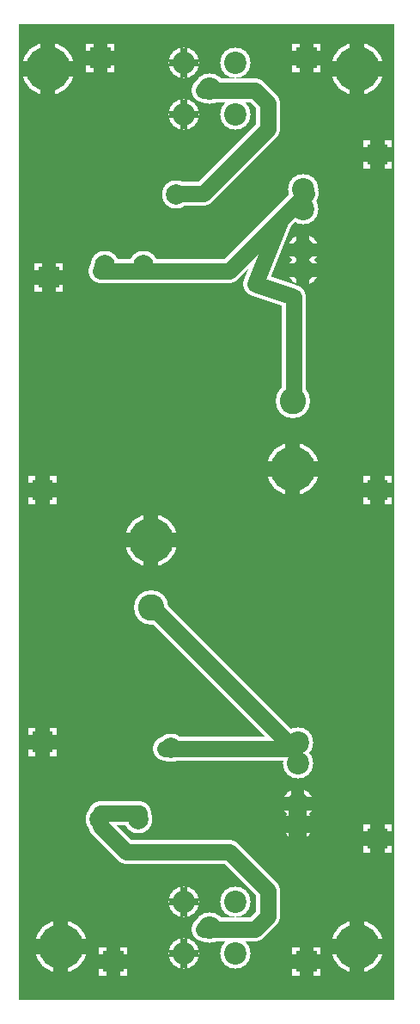
<source format=gbr>
%FSLAX34Y34*%
%MOMM*%
%LNCOPPER_BOTTOM*%
G71*
G01*
%ADD10C,5.200*%
%ADD11C,3.400*%
%ADD12C,2.800*%
%ADD13C,3.000*%
%ADD14C,2.800*%
%ADD15C,2.800*%
%ADD16C,2.400*%
%ADD17C,1.467*%
%ADD18C,1.342*%
%ADD19C,1.723*%
%ADD20C,1.320*%
%ADD21C,0.667*%
%ADD22C,1.427*%
%ADD23C,4.400*%
%ADD24C,2.600*%
%ADD25C,2.000*%
%ADD26C,2.200*%
%ADD27C,2.000*%
%ADD28C,2.000*%
%ADD29C,1.600*%
%LPD*%
G36*
X-129700Y574500D02*
X240300Y574500D01*
X240300Y-385500D01*
X-129700Y-385500D01*
X-129700Y574500D01*
G37*
%LPC*%
X0Y66675D02*
G54D10*
D03*
X139700Y136525D02*
G54D10*
D03*
X139700Y203200D02*
G54D11*
D03*
X0Y0D02*
G54D11*
D03*
X-45200Y337075D02*
G54D12*
D03*
X-7700Y337075D02*
G54D12*
D03*
X24800Y407075D02*
G54D12*
D03*
X149800Y412075D02*
G54D13*
D03*
X149800Y332075D02*
G54D12*
D03*
X-50200Y-207925D02*
G54D12*
D03*
X-12700Y-207925D02*
G54D12*
D03*
X19800Y-137925D02*
G54D12*
D03*
X144800Y-132925D02*
G54D12*
D03*
X144800Y-212925D02*
G54D12*
D03*
X149800Y332075D02*
G54D13*
D03*
X144800Y-132925D02*
G54D13*
D03*
X144800Y-212925D02*
G54D13*
D03*
X149800Y392075D02*
G54D13*
D03*
X149800Y352075D02*
G54D13*
D03*
X144800Y-152925D02*
G54D13*
D03*
X144800Y-192925D02*
G54D13*
D03*
X32200Y536500D02*
G54D13*
D03*
X83000Y536500D02*
G54D13*
D03*
X57600Y511100D02*
G54D13*
D03*
X83000Y485700D02*
G54D13*
D03*
X32200Y485700D02*
G54D13*
D03*
X32200Y536500D02*
G54D14*
D03*
X32200Y485700D02*
G54D15*
D03*
X32200Y-289000D02*
G54D13*
D03*
X83000Y-289000D02*
G54D13*
D03*
X57600Y-314400D02*
G54D13*
D03*
X83000Y-339800D02*
G54D13*
D03*
X32200Y-339800D02*
G54D13*
D03*
X32200Y-289000D02*
G54D14*
D03*
X32200Y-339800D02*
G54D15*
D03*
G54D16*
X57600Y511100D02*
X51900Y509475D01*
X102700Y509475D01*
X115400Y496775D01*
X115400Y471375D01*
X51900Y407875D01*
X26500Y407875D01*
X24800Y407075D01*
G54D16*
X-7700Y337075D02*
X-11600Y331675D01*
X-49700Y331675D01*
X-45200Y337075D01*
G54D16*
X149800Y412075D02*
X153500Y407875D01*
X77300Y331675D01*
X-11600Y331675D01*
X-7700Y337075D01*
G54D16*
X149800Y412075D02*
X153500Y407875D01*
X128100Y382475D01*
X102700Y318975D01*
X140800Y306275D01*
X140800Y204675D01*
X139700Y203200D01*
G54D16*
X144800Y-132925D02*
X140800Y-138225D01*
X1100Y1475D01*
X0Y0D01*
G54D16*
X144800Y-132925D02*
X140800Y-138225D01*
X13800Y-138225D01*
X19800Y-137925D01*
G54D16*
X57600Y-314400D02*
X51900Y-316025D01*
X102700Y-316025D01*
X115400Y-303325D01*
X115400Y-277925D01*
X77300Y-239825D01*
X-24300Y-239825D01*
X-49700Y-214425D01*
X-49700Y-201725D01*
X-50200Y-207925D01*
G54D16*
X-12700Y-207925D02*
X-11600Y-201725D01*
X-49700Y-201725D01*
X-50200Y-207925D01*
X-101600Y530225D02*
G54D10*
D03*
X203200Y530225D02*
G54D10*
D03*
X-88900Y-333375D02*
G54D10*
D03*
X203200Y-333375D02*
G54D10*
D03*
G36*
X-63700Y555225D02*
X-35700Y555225D01*
X-35700Y527225D01*
X-63700Y527225D01*
X-63700Y555225D01*
G37*
G36*
X139500Y555225D02*
X167500Y555225D01*
X167500Y527225D01*
X139500Y527225D01*
X139500Y555225D01*
G37*
G36*
X139500Y-333775D02*
X167500Y-333775D01*
X167500Y-361775D01*
X139500Y-361775D01*
X139500Y-333775D01*
G37*
G36*
X-51000Y-333775D02*
X-23000Y-333775D01*
X-23000Y-361775D01*
X-51000Y-361775D01*
X-51000Y-333775D01*
G37*
G36*
X-114500Y339325D02*
X-86500Y339325D01*
X-86500Y311325D01*
X-114500Y311325D01*
X-114500Y339325D01*
G37*
G36*
X-120850Y-117875D02*
X-92850Y-117875D01*
X-92850Y-145875D01*
X-120850Y-145875D01*
X-120850Y-117875D01*
G37*
G36*
X209350Y129775D02*
X237350Y129775D01*
X237350Y101775D01*
X209350Y101775D01*
X209350Y129775D01*
G37*
G36*
X209350Y459975D02*
X237350Y459975D01*
X237350Y431975D01*
X209350Y431975D01*
X209350Y459975D01*
G37*
G36*
X209350Y-213125D02*
X237350Y-213125D01*
X237350Y-241125D01*
X209350Y-241125D01*
X209350Y-213125D01*
G37*
G36*
X-120850Y129775D02*
X-92850Y129775D01*
X-92850Y101775D01*
X-120850Y101775D01*
X-120850Y129775D01*
G37*
%LPD*%
G54D17*
G36*
X7333Y66675D02*
X7333Y40175D01*
X-7333Y40175D01*
X-7333Y66675D01*
X7333Y66675D01*
G37*
G36*
X0Y59342D02*
X-26500Y59342D01*
X-26500Y74008D01*
X0Y74008D01*
X0Y59342D01*
G37*
G36*
X-7333Y66675D02*
X-7333Y93175D01*
X7333Y93175D01*
X7333Y66675D01*
X-7333Y66675D01*
G37*
G36*
X0Y74008D02*
X26500Y74008D01*
X26500Y59342D01*
X0Y59342D01*
X0Y74008D01*
G37*
G54D17*
G36*
X147033Y136525D02*
X147033Y110025D01*
X132367Y110025D01*
X132367Y136525D01*
X147033Y136525D01*
G37*
G36*
X139700Y129192D02*
X113200Y129192D01*
X113200Y143859D01*
X139700Y143859D01*
X139700Y129192D01*
G37*
G36*
X132367Y136525D02*
X132367Y163025D01*
X147033Y163025D01*
X147033Y136525D01*
X132367Y136525D01*
G37*
G36*
X139700Y143859D02*
X166200Y143859D01*
X166200Y129192D01*
X139700Y129192D01*
X139700Y143859D01*
G37*
G54D18*
G36*
X143090Y332075D02*
X143090Y347575D01*
X156510Y347575D01*
X156510Y332075D01*
X143090Y332075D01*
G37*
G36*
X149800Y338785D02*
X165300Y338785D01*
X165300Y325365D01*
X149800Y325365D01*
X149800Y338785D01*
G37*
G36*
X156510Y332075D02*
X156510Y316575D01*
X143090Y316575D01*
X143090Y332075D01*
X156510Y332075D01*
G37*
G36*
X149800Y325365D02*
X134300Y325365D01*
X134300Y338785D01*
X149800Y338785D01*
X149800Y325365D01*
G37*
G54D19*
G36*
X136183Y-212925D02*
X136183Y-197425D01*
X153417Y-197425D01*
X153417Y-212925D01*
X136183Y-212925D01*
G37*
G36*
X144800Y-204308D02*
X160300Y-204308D01*
X160300Y-221542D01*
X144800Y-221542D01*
X144800Y-204308D01*
G37*
G36*
X153417Y-212925D02*
X153417Y-228425D01*
X136183Y-228425D01*
X136183Y-212925D01*
X153417Y-212925D01*
G37*
G36*
X144800Y-221542D02*
X129300Y-221542D01*
X129300Y-204308D01*
X144800Y-204308D01*
X144800Y-221542D01*
G37*
G54D18*
G36*
X143090Y352075D02*
X143090Y367575D01*
X156510Y367575D01*
X156510Y352075D01*
X143090Y352075D01*
G37*
G36*
X149800Y358785D02*
X165300Y358785D01*
X165300Y345365D01*
X149800Y345365D01*
X149800Y358785D01*
G37*
G36*
X156510Y352075D02*
X156510Y336575D01*
X143090Y336575D01*
X143090Y352075D01*
X156510Y352075D01*
G37*
G36*
X149800Y345365D02*
X134300Y345365D01*
X134300Y358785D01*
X149800Y358785D01*
X149800Y345365D01*
G37*
G54D20*
G36*
X138200Y-192925D02*
X138200Y-177425D01*
X151400Y-177425D01*
X151400Y-192925D01*
X138200Y-192925D01*
G37*
G36*
X144800Y-186325D02*
X160300Y-186325D01*
X160300Y-199525D01*
X144800Y-199525D01*
X144800Y-186325D01*
G37*
G36*
X151400Y-192925D02*
X151400Y-208425D01*
X138200Y-208425D01*
X138200Y-192925D01*
X151400Y-192925D01*
G37*
G36*
X144800Y-199525D02*
X129300Y-199525D01*
X129300Y-186325D01*
X144800Y-186325D01*
X144800Y-199525D01*
G37*
G54D21*
G36*
X28867Y536500D02*
X28867Y551000D01*
X35533Y551000D01*
X35533Y536500D01*
X28867Y536500D01*
G37*
G36*
X32200Y539833D02*
X46700Y539833D01*
X46700Y533167D01*
X32200Y533167D01*
X32200Y539833D01*
G37*
G36*
X35533Y536500D02*
X35533Y522000D01*
X28867Y522000D01*
X28867Y536500D01*
X35533Y536500D01*
G37*
G36*
X32200Y533167D02*
X17700Y533167D01*
X17700Y539833D01*
X32200Y539833D01*
X32200Y533167D01*
G37*
G54D21*
G36*
X28867Y485700D02*
X28867Y500200D01*
X35533Y500200D01*
X35533Y485700D01*
X28867Y485700D01*
G37*
G36*
X32200Y489033D02*
X46700Y489033D01*
X46700Y482367D01*
X32200Y482367D01*
X32200Y489033D01*
G37*
G36*
X35533Y485700D02*
X35533Y471200D01*
X28867Y471200D01*
X28867Y485700D01*
X35533Y485700D01*
G37*
G36*
X32200Y482367D02*
X17700Y482367D01*
X17700Y489033D01*
X32200Y489033D01*
X32200Y482367D01*
G37*
G54D21*
G36*
X28867Y-289000D02*
X28867Y-274500D01*
X35533Y-274500D01*
X35533Y-289000D01*
X28867Y-289000D01*
G37*
G36*
X32200Y-285667D02*
X46700Y-285667D01*
X46700Y-292333D01*
X32200Y-292333D01*
X32200Y-285667D01*
G37*
G36*
X35533Y-289000D02*
X35533Y-303500D01*
X28867Y-303500D01*
X28867Y-289000D01*
X35533Y-289000D01*
G37*
G36*
X32200Y-292333D02*
X17700Y-292333D01*
X17700Y-285667D01*
X32200Y-285667D01*
X32200Y-292333D01*
G37*
G54D21*
G36*
X28867Y-339800D02*
X28867Y-325300D01*
X35533Y-325300D01*
X35533Y-339800D01*
X28867Y-339800D01*
G37*
G36*
X32200Y-336467D02*
X46700Y-336467D01*
X46700Y-343134D01*
X32200Y-343134D01*
X32200Y-336467D01*
G37*
G36*
X35533Y-339800D02*
X35533Y-354300D01*
X28867Y-354300D01*
X28867Y-339800D01*
X35533Y-339800D01*
G37*
G36*
X32200Y-343134D02*
X17700Y-343134D01*
X17700Y-336467D01*
X32200Y-336467D01*
X32200Y-343134D01*
G37*
G54D17*
G36*
X-94267Y530225D02*
X-94267Y503725D01*
X-108933Y503725D01*
X-108933Y530225D01*
X-94267Y530225D01*
G37*
G36*
X-101600Y522892D02*
X-128100Y522892D01*
X-128100Y537559D01*
X-101600Y537559D01*
X-101600Y522892D01*
G37*
G36*
X-108933Y530225D02*
X-108933Y556725D01*
X-94267Y556725D01*
X-94267Y530225D01*
X-108933Y530225D01*
G37*
G36*
X-101600Y537559D02*
X-75100Y537559D01*
X-75100Y522892D01*
X-101600Y522892D01*
X-101600Y537559D01*
G37*
G54D17*
G36*
X210533Y530225D02*
X210533Y503725D01*
X195867Y503725D01*
X195867Y530225D01*
X210533Y530225D01*
G37*
G36*
X203200Y522892D02*
X176700Y522892D01*
X176700Y537559D01*
X203200Y537559D01*
X203200Y522892D01*
G37*
G36*
X195867Y530225D02*
X195867Y556725D01*
X210533Y556725D01*
X210533Y530225D01*
X195867Y530225D01*
G37*
G36*
X203200Y537559D02*
X229700Y537559D01*
X229700Y522892D01*
X203200Y522892D01*
X203200Y537559D01*
G37*
G54D17*
G36*
X-81567Y-333375D02*
X-81567Y-359875D01*
X-96233Y-359875D01*
X-96233Y-333375D01*
X-81567Y-333375D01*
G37*
G36*
X-88900Y-340708D02*
X-115400Y-340708D01*
X-115400Y-326041D01*
X-88900Y-326041D01*
X-88900Y-340708D01*
G37*
G36*
X-96233Y-333375D02*
X-96233Y-306875D01*
X-81567Y-306875D01*
X-81567Y-333375D01*
X-96233Y-333375D01*
G37*
G36*
X-88900Y-326041D02*
X-62400Y-326041D01*
X-62400Y-340708D01*
X-88900Y-340708D01*
X-88900Y-326041D01*
G37*
G54D17*
G36*
X210533Y-333375D02*
X210533Y-359875D01*
X195867Y-359875D01*
X195867Y-333375D01*
X210533Y-333375D01*
G37*
G36*
X203200Y-340708D02*
X176700Y-340708D01*
X176700Y-326041D01*
X203200Y-326041D01*
X203200Y-340708D01*
G37*
G36*
X195867Y-333375D02*
X195867Y-306875D01*
X210533Y-306875D01*
X210533Y-333375D01*
X195867Y-333375D01*
G37*
G36*
X203200Y-326041D02*
X229700Y-326041D01*
X229700Y-340708D01*
X203200Y-340708D01*
X203200Y-326041D01*
G37*
G54D22*
G36*
X-56833Y541225D02*
X-56833Y555725D01*
X-42567Y555725D01*
X-42567Y541225D01*
X-56833Y541225D01*
G37*
G36*
X-49700Y548358D02*
X-35200Y548358D01*
X-35200Y534092D01*
X-49700Y534092D01*
X-49700Y548358D01*
G37*
G36*
X-42567Y541225D02*
X-42567Y526725D01*
X-56833Y526725D01*
X-56833Y541225D01*
X-42567Y541225D01*
G37*
G36*
X-49700Y534092D02*
X-64200Y534092D01*
X-64200Y548358D01*
X-49700Y548358D01*
X-49700Y534092D01*
G37*
G54D22*
G36*
X146367Y541225D02*
X146367Y555725D01*
X160633Y555725D01*
X160633Y541225D01*
X146367Y541225D01*
G37*
G36*
X153500Y548358D02*
X168000Y548358D01*
X168000Y534092D01*
X153500Y534092D01*
X153500Y548358D01*
G37*
G36*
X160633Y541225D02*
X160633Y526725D01*
X146367Y526725D01*
X146367Y541225D01*
X160633Y541225D01*
G37*
G36*
X153500Y534092D02*
X139000Y534092D01*
X139000Y548358D01*
X153500Y548358D01*
X153500Y534092D01*
G37*
G54D22*
G36*
X146367Y-347775D02*
X146367Y-333275D01*
X160633Y-333275D01*
X160633Y-347775D01*
X146367Y-347775D01*
G37*
G36*
X153500Y-340642D02*
X168000Y-340642D01*
X168000Y-354908D01*
X153500Y-354908D01*
X153500Y-340642D01*
G37*
G36*
X160633Y-347775D02*
X160633Y-362275D01*
X146367Y-362275D01*
X146367Y-347775D01*
X160633Y-347775D01*
G37*
G36*
X153500Y-354908D02*
X139000Y-354908D01*
X139000Y-340642D01*
X153500Y-340642D01*
X153500Y-354908D01*
G37*
G54D22*
G36*
X-44133Y-347775D02*
X-44133Y-333275D01*
X-29867Y-333275D01*
X-29867Y-347775D01*
X-44133Y-347775D01*
G37*
G36*
X-37000Y-340642D02*
X-22500Y-340642D01*
X-22500Y-354908D01*
X-37000Y-354908D01*
X-37000Y-340642D01*
G37*
G36*
X-29867Y-347775D02*
X-29867Y-362275D01*
X-44133Y-362275D01*
X-44133Y-347775D01*
X-29867Y-347775D01*
G37*
G36*
X-37000Y-354908D02*
X-51500Y-354908D01*
X-51500Y-340642D01*
X-37000Y-340642D01*
X-37000Y-354908D01*
G37*
G54D22*
G36*
X-107633Y325325D02*
X-107633Y339825D01*
X-93367Y339825D01*
X-93367Y325325D01*
X-107633Y325325D01*
G37*
G36*
X-100500Y332458D02*
X-86000Y332458D01*
X-86000Y318192D01*
X-100500Y318192D01*
X-100500Y332458D01*
G37*
G36*
X-93367Y325325D02*
X-93367Y310825D01*
X-107633Y310825D01*
X-107633Y325325D01*
X-93367Y325325D01*
G37*
G36*
X-100500Y318192D02*
X-115000Y318192D01*
X-115000Y332458D01*
X-100500Y332458D01*
X-100500Y318192D01*
G37*
G54D22*
G36*
X-113983Y-131875D02*
X-113983Y-117375D01*
X-99717Y-117375D01*
X-99717Y-131875D01*
X-113983Y-131875D01*
G37*
G36*
X-106850Y-124742D02*
X-92350Y-124742D01*
X-92350Y-139008D01*
X-106850Y-139008D01*
X-106850Y-124742D01*
G37*
G36*
X-99717Y-131875D02*
X-99717Y-146375D01*
X-113983Y-146375D01*
X-113983Y-131875D01*
X-99717Y-131875D01*
G37*
G36*
X-106850Y-139008D02*
X-121350Y-139008D01*
X-121350Y-124742D01*
X-106850Y-124742D01*
X-106850Y-139008D01*
G37*
G54D22*
G36*
X216217Y115775D02*
X216217Y130275D01*
X230483Y130275D01*
X230483Y115775D01*
X216217Y115775D01*
G37*
G36*
X223350Y122908D02*
X237850Y122908D01*
X237850Y108642D01*
X223350Y108642D01*
X223350Y122908D01*
G37*
G36*
X230483Y115775D02*
X230483Y101275D01*
X216217Y101275D01*
X216217Y115775D01*
X230483Y115775D01*
G37*
G36*
X223350Y108642D02*
X208850Y108642D01*
X208850Y122908D01*
X223350Y122908D01*
X223350Y108642D01*
G37*
G54D22*
G36*
X216217Y445975D02*
X216217Y460475D01*
X230483Y460475D01*
X230483Y445975D01*
X216217Y445975D01*
G37*
G36*
X223350Y453108D02*
X237850Y453108D01*
X237850Y438842D01*
X223350Y438842D01*
X223350Y453108D01*
G37*
G36*
X230483Y445975D02*
X230483Y431475D01*
X216217Y431475D01*
X216217Y445975D01*
X230483Y445975D01*
G37*
G36*
X223350Y438842D02*
X208850Y438842D01*
X208850Y453108D01*
X223350Y453108D01*
X223350Y438842D01*
G37*
G54D22*
G36*
X216217Y-227125D02*
X216217Y-212625D01*
X230483Y-212625D01*
X230483Y-227125D01*
X216217Y-227125D01*
G37*
G36*
X223350Y-219992D02*
X237850Y-219992D01*
X237850Y-234258D01*
X223350Y-234258D01*
X223350Y-219992D01*
G37*
G36*
X230483Y-227125D02*
X230483Y-241625D01*
X216217Y-241625D01*
X216217Y-227125D01*
X230483Y-227125D01*
G37*
G36*
X223350Y-234258D02*
X208850Y-234258D01*
X208850Y-219992D01*
X223350Y-219992D01*
X223350Y-234258D01*
G37*
G54D22*
G36*
X-113983Y115775D02*
X-113983Y130275D01*
X-99717Y130275D01*
X-99717Y115775D01*
X-113983Y115775D01*
G37*
G36*
X-106850Y122908D02*
X-92350Y122908D01*
X-92350Y108642D01*
X-106850Y108642D01*
X-106850Y122908D01*
G37*
G36*
X-99717Y115775D02*
X-99717Y101275D01*
X-113983Y101275D01*
X-113983Y115775D01*
X-99717Y115775D01*
G37*
G36*
X-106850Y108642D02*
X-121350Y108642D01*
X-121350Y122908D01*
X-106850Y122908D01*
X-106850Y108642D01*
G37*
X0Y66675D02*
G54D23*
D03*
X139700Y136525D02*
G54D23*
D03*
X139700Y203200D02*
G54D24*
D03*
X0Y0D02*
G54D24*
D03*
X-45200Y337075D02*
G54D25*
D03*
X-7700Y337075D02*
G54D25*
D03*
X24800Y407075D02*
G54D25*
D03*
X149800Y412075D02*
G54D26*
D03*
X149800Y332075D02*
G54D25*
D03*
X-50200Y-207925D02*
G54D25*
D03*
X-12700Y-207925D02*
G54D25*
D03*
X19800Y-137925D02*
G54D25*
D03*
X144800Y-132925D02*
G54D25*
D03*
X144800Y-212925D02*
G54D25*
D03*
X149800Y332075D02*
G54D26*
D03*
X144800Y-132925D02*
G54D26*
D03*
X144800Y-212925D02*
G54D26*
D03*
X149800Y392075D02*
G54D26*
D03*
X149800Y352075D02*
G54D26*
D03*
X144800Y-152925D02*
G54D26*
D03*
X144800Y-192925D02*
G54D26*
D03*
X32200Y536500D02*
G54D26*
D03*
X83000Y536500D02*
G54D26*
D03*
X57600Y511100D02*
G54D26*
D03*
X83000Y485700D02*
G54D26*
D03*
X32200Y485700D02*
G54D26*
D03*
X32200Y536500D02*
G54D27*
D03*
X32200Y485700D02*
G54D28*
D03*
X32200Y-289000D02*
G54D26*
D03*
X83000Y-289000D02*
G54D26*
D03*
X57600Y-314400D02*
G54D26*
D03*
X83000Y-339800D02*
G54D26*
D03*
X32200Y-339800D02*
G54D26*
D03*
X32200Y-289000D02*
G54D27*
D03*
X32200Y-339800D02*
G54D28*
D03*
G54D29*
X57600Y511100D02*
X51900Y509475D01*
X102700Y509475D01*
X115400Y496775D01*
X115400Y471375D01*
X51900Y407875D01*
X26500Y407875D01*
X24800Y407075D01*
G54D29*
X-7700Y337075D02*
X-11600Y331675D01*
X-49700Y331675D01*
X-45200Y337075D01*
G54D29*
X149800Y412075D02*
X153500Y407875D01*
X77300Y331675D01*
X-11600Y331675D01*
X-7700Y337075D01*
G54D29*
X149800Y412075D02*
X153500Y407875D01*
X128100Y382475D01*
X102700Y318975D01*
X140800Y306275D01*
X140800Y204675D01*
X139700Y203200D01*
G54D29*
X144800Y-132925D02*
X140800Y-138225D01*
X1100Y1475D01*
X0Y0D01*
G54D29*
X144800Y-132925D02*
X140800Y-138225D01*
X13800Y-138225D01*
X19800Y-137925D01*
G54D29*
X57600Y-314400D02*
X51900Y-316025D01*
X102700Y-316025D01*
X115400Y-303325D01*
X115400Y-277925D01*
X77300Y-239825D01*
X-24300Y-239825D01*
X-49700Y-214425D01*
X-49700Y-201725D01*
X-50200Y-207925D01*
G54D29*
X-12700Y-207925D02*
X-11600Y-201725D01*
X-49700Y-201725D01*
X-50200Y-207925D01*
X-101600Y530225D02*
G54D23*
D03*
X203200Y530225D02*
G54D23*
D03*
X-88900Y-333375D02*
G54D23*
D03*
X203200Y-333375D02*
G54D23*
D03*
G36*
X-59700Y551225D02*
X-39700Y551225D01*
X-39700Y531225D01*
X-59700Y531225D01*
X-59700Y551225D01*
G37*
G36*
X143500Y551225D02*
X163500Y551225D01*
X163500Y531225D01*
X143500Y531225D01*
X143500Y551225D01*
G37*
G36*
X143500Y-337775D02*
X163500Y-337775D01*
X163500Y-357775D01*
X143500Y-357775D01*
X143500Y-337775D01*
G37*
G36*
X-47000Y-337775D02*
X-27000Y-337775D01*
X-27000Y-357775D01*
X-47000Y-357775D01*
X-47000Y-337775D01*
G37*
G36*
X-110500Y335325D02*
X-90500Y335325D01*
X-90500Y315325D01*
X-110500Y315325D01*
X-110500Y335325D01*
G37*
G36*
X-116850Y-121875D02*
X-96850Y-121875D01*
X-96850Y-141875D01*
X-116850Y-141875D01*
X-116850Y-121875D01*
G37*
G36*
X213350Y125775D02*
X233350Y125775D01*
X233350Y105775D01*
X213350Y105775D01*
X213350Y125775D01*
G37*
G36*
X213350Y455975D02*
X233350Y455975D01*
X233350Y435975D01*
X213350Y435975D01*
X213350Y455975D01*
G37*
G36*
X213350Y-217125D02*
X233350Y-217125D01*
X233350Y-237125D01*
X213350Y-237125D01*
X213350Y-217125D01*
G37*
G36*
X-116850Y125775D02*
X-96850Y125775D01*
X-96850Y105775D01*
X-116850Y105775D01*
X-116850Y125775D01*
G37*
M02*

</source>
